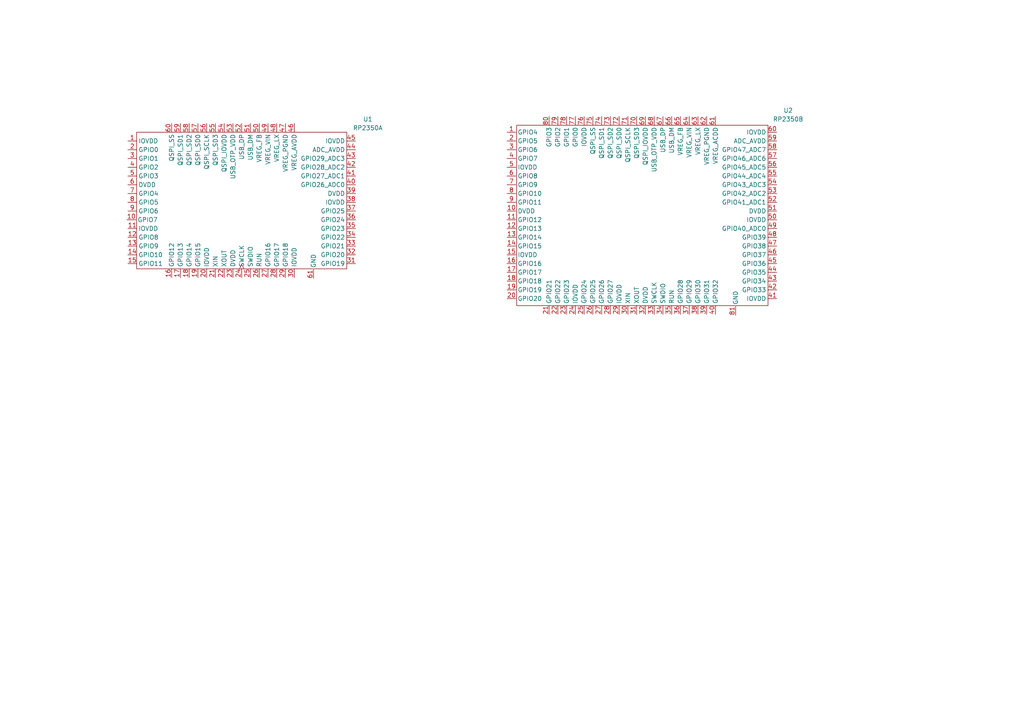
<source format=kicad_sch>
(kicad_sch (version 20231120) (generator "eeschema") (generator_version "8.0")
  (paper "A4")
  (lib_symbols
    (symbol "RP2350:RP2350A"
      (property "Reference" "U" (at 0 38.608 0))
      (property "Value" "RP2350A" (at 3.556 36.068 0))
      (symbol "RP2350A_0_0"
        (pin power_in line (at -31.496 16.256 0) (length 2.54) (name "IOVDD") (number "1"))
        (pin bidirectional line (at -31.75 -6.604 0) (length 2.54) (name "GPIO7") (number "10"))
        (pin power_in line (at -31.496 -9.144 0) (length 2.54) (name "IOVDD") (number "11"))
        (pin bidirectional line (at -31.496 -11.684 0) (length 2.54) (name "GPIO8") (number "12"))
        (pin bidirectional line (at -31.496 -14.224 0) (length 2.54) (name "GPIO9") (number "13"))
        (pin bidirectional line (at -31.496 -16.764 0) (length 2.54) (name "GPIO10") (number "14"))
        (pin bidirectional line (at -31.496 -19.304 0) (length 2.54) (name "GPIO11") (number "15"))
        (pin bidirectional line (at -18.796 -23.368 90) (length 2.54) (name "GPIO12") (number "16"))
        (pin bidirectional line (at -16.256 -23.368 90) (length 2.54) (name "GPIO13") (number "17"))
        (pin bidirectional line (at -13.716 -23.368 90) (length 2.54) (name "GPIO14") (number "18"))
        (pin bidirectional line (at -11.176 -23.368 90) (length 2.54) (name "GPIO15") (number "19"))
        (pin bidirectional line (at -31.496 13.716 0) (length 2.54) (name "GPIO0") (number "2"))
        (pin power_in line (at -8.636 -23.368 90) (length 2.54) (name "IOVDD") (number "20"))
        (pin input line (at -6.096 -23.368 90) (length 2.54) (name "XIN") (number "21"))
        (pin output line (at -3.556 -23.368 90) (length 2.54) (name "XOUT") (number "22"))
        (pin power_in line (at -1.016 -23.368 90) (length 2.54) (name "DVDD") (number "23"))
        (pin bidirectional line (at 4.064 -23.368 90) (length 2.54) (name "SWDIO") (number "25"))
        (pin passive line (at 6.604 -23.368 90) (length 2.54) (name "RUN") (number "26"))
        (pin bidirectional line (at 9.144 -23.368 90) (length 2.54) (name "GPIO16") (number "27"))
        (pin bidirectional line (at 11.684 -23.368 90) (length 2.54) (name "GPIO17") (number "28"))
        (pin bidirectional line (at 14.224 -23.368 90) (length 2.54) (name "GPIO18") (number "29"))
        (pin bidirectional line (at -31.496 11.176 0) (length 2.54) (name "GPIO1") (number "3"))
        (pin power_in line (at 16.764 -23.368 90) (length 2.54) (name "IOVDD") (number "30"))
        (pin bidirectional line (at 34.544 -19.304 180) (length 2.54) (name "GPIO19") (number "31"))
        (pin bidirectional line (at 34.544 -16.764 180) (length 2.54) (name "GPIO20") (number "32"))
        (pin bidirectional line (at 34.544 -14.224 180) (length 2.54) (name "GPIO21") (number "33"))
        (pin bidirectional line (at 34.544 -11.684 180) (length 2.54) (name "GPIO22") (number "34"))
        (pin bidirectional line (at 34.544 -9.144 180) (length 2.54) (name "GPIO23") (number "35"))
        (pin bidirectional line (at 34.544 -6.604 180) (length 2.54) (name "GPIO24") (number "36"))
        (pin bidirectional line (at 34.544 -4.064 180) (length 2.54) (name "GPIO25") (number "37"))
        (pin power_in line (at 34.544 -1.524 180) (length 2.54) (name "IOVDD") (number "38"))
        (pin power_in line (at 34.544 1.016 180) (length 2.54) (name "DVDD") (number "39"))
        (pin bidirectional line (at -31.496 8.636 0) (length 2.54) (name "GPIO2") (number "4"))
        (pin bidirectional line (at 34.544 3.556 180) (length 2.54) (name "GPIO26_ADC0") (number "40"))
        (pin bidirectional line (at 34.544 6.096 180) (length 2.54) (name "GPIO27_ADC1") (number "41"))
        (pin bidirectional line (at 34.544 8.636 180) (length 2.54) (name "GPIO28_ADC2") (number "42"))
        (pin bidirectional line (at 34.544 11.176 180) (length 2.54) (name "GPIO29_ADC3") (number "43"))
        (pin power_in line (at 34.544 13.716 180) (length 2.54) (name "ADC_AVDD") (number "44"))
        (pin power_in line (at 34.544 16.256 180) (length 2.54) (name "IOVDD") (number "45"))
        (pin power_in line (at 16.764 21.336 270) (length 2.54) (name "VREG_AVDD") (number "46"))
        (pin power_in line (at 14.224 21.336 270) (length 2.54) (name "VREG_PGND") (number "47"))
        (pin power_in line (at 11.684 21.336 270) (length 2.54) (name "VREG_LX") (number "48"))
        (pin power_in line (at 9.144 21.336 270) (length 2.54) (name "VREG_VIN") (number "49"))
        (pin bidirectional line (at -31.496 6.096 0) (length 2.54) (name "GPIO3") (number "5"))
        (pin power_in line (at 6.604 21.336 270) (length 2.54) (name "VREG_FB") (number "50"))
        (pin bidirectional line (at 4.064 21.336 270) (length 2.54) (name "USB_DM") (number "51"))
        (pin bidirectional line (at 1.524 21.336 270) (length 2.54) (name "USB_DP") (number "52"))
        (pin power_in line (at -1.016 21.336 270) (length 2.54) (name "USB_OTP_VDD") (number "53"))
        (pin power_in line (at -3.556 21.336 270) (length 2.54) (name "QSPI_IOVDD") (number "54"))
        (pin bidirectional line (at -6.096 21.336 270) (length 2.54) (name "QSPI_SD3") (number "55"))
        (pin bidirectional line (at -8.636 21.336 270) (length 2.54) (name "QSPI_SCLK") (number "56"))
        (pin bidirectional line (at -11.176 21.336 270) (length 2.54) (name "QSPI_SD0") (number "57"))
        (pin bidirectional line (at -13.716 21.336 270) (length 2.54) (name "QSPI_SD2") (number "58"))
        (pin bidirectional line (at -16.256 21.336 270) (length 2.54) (name "QSPI_SD1") (number "59"))
        (pin power_in line (at -31.496 3.556 0) (length 2.54) (name "DVDD") (number "6"))
        (pin bidirectional line (at -18.796 21.336 270) (length 2.54) (name "QSPI_SS") (number "60"))
        (pin power_in line (at 22.352 -23.622 90) (length 2.54) (name "GND") (number "61"))
        (pin bidirectional line (at -31.496 1.016 0) (length 2.54) (name "GPIO4") (number "7"))
        (pin bidirectional line (at -31.496 -1.524 0) (length 2.54) (name "GPIO5") (number "8"))
        (pin bidirectional line (at -31.496 -4.064 0) (length 2.54) (name "GPIO6") (number "9"))
      )
      (symbol "RP2350A_0_1"
        (rectangle (start -28.956 18.796) (end 32.004 -20.828))
      )
      (symbol "RP2350A_1_0"
        (pin input clock (at 1.524 -23.368 90) (length 2.54) (name "SWCLK") (number "24"))
      )
    )
    (symbol "RP2350:RP2350B"
      (property "Reference" "U" (at -2.032 45.212 0))
      (property "Value" "RP2350B" (at 1.524 42.672 0))
      (symbol "RP2350B_0_0"
        (pin bidirectional line (at -38.354 21.336 0) (length 2.54) (name "GPIO4") (number "1"))
        (pin power_in line (at -38.354 -1.524 0) (length 2.54) (name "DVDD") (number "10"))
        (pin bidirectional line (at -38.354 -4.064 0) (length 2.54) (name "GPIO12") (number "11"))
        (pin bidirectional line (at -38.354 -6.604 0) (length 2.54) (name "GPIO13") (number "12"))
        (pin bidirectional line (at -38.354 -9.144 0) (length 2.54) (name "GPIO14") (number "13"))
        (pin bidirectional line (at -38.354 -11.684 0) (length 2.54) (name "GPIO15") (number "14"))
        (pin power_in line (at -38.354 -14.224 0) (length 2.54) (name "IOVDD") (number "15"))
        (pin bidirectional line (at -38.354 -16.764 0) (length 2.54) (name "GPIO16") (number "16"))
        (pin bidirectional line (at -38.354 -19.304 0) (length 2.54) (name "GPIO17") (number "17"))
        (pin bidirectional line (at -38.354 -21.844 0) (length 2.54) (name "GPIO18") (number "18"))
        (pin bidirectional line (at -38.354 -24.384 0) (length 2.54) (name "GPIO19") (number "19"))
        (pin bidirectional line (at -38.354 18.796 0) (length 2.54) (name "GPIO5") (number "2"))
        (pin bidirectional line (at -38.354 -26.924 0) (length 2.54) (name "GPIO20") (number "20"))
        (pin bidirectional line (at -26.162 -31.496 90) (length 2.54) (name "GPIO21") (number "21"))
        (pin bidirectional line (at -23.622 -31.496 90) (length 2.54) (name "GPIO22") (number "22"))
        (pin bidirectional line (at -21.082 -31.496 90) (length 2.54) (name "GPIO23") (number "23"))
        (pin bidirectional line (at -16.002 -31.496 90) (length 2.54) (name "GPIO24") (number "25"))
        (pin bidirectional line (at -13.462 -31.496 90) (length 2.54) (name "GPIO25") (number "26"))
        (pin bidirectional line (at -10.922 -31.496 90) (length 2.54) (name "GPIO26") (number "27"))
        (pin bidirectional line (at -8.382 -31.496 90) (length 2.54) (name "GPIO27") (number "28"))
        (pin power_in line (at -5.842 -31.496 90) (length 2.54) (name "IOVDD") (number "29"))
        (pin bidirectional line (at -38.354 16.256 0) (length 2.54) (name "GPIO6") (number "3"))
        (pin input line (at -3.302 -31.496 90) (length 2.54) (name "XIN") (number "30"))
        (pin output line (at -0.762 -31.496 90) (length 2.54) (name "XOUT") (number "31"))
        (pin power_in line (at 1.778 -31.496 90) (length 2.54) (name "DVDD") (number "32"))
        (pin bidirectional line (at 4.318 -31.496 90) (length 2.54) (name "SWCLK") (number "33"))
        (pin bidirectional line (at 6.858 -31.496 90) (length 2.54) (name "SWDIO") (number "34"))
        (pin passive line (at 9.398 -31.496 90) (length 2.54) (name "RUN") (number "35"))
        (pin bidirectional line (at 11.938 -31.496 90) (length 2.54) (name "GPIO28") (number "36"))
        (pin bidirectional line (at 14.478 -31.496 90) (length 2.54) (name "GPIO29") (number "37"))
        (pin bidirectional line (at 17.018 -31.496 90) (length 2.54) (name "GPIO30") (number "38"))
        (pin bidirectional line (at 19.558 -31.496 90) (length 2.54) (name "GPIO31") (number "39"))
        (pin bidirectional line (at -38.354 13.716 0) (length 2.54) (name "GPIO7") (number "4"))
        (pin bidirectional line (at 22.098 -31.496 90) (length 2.54) (name "GPIO32") (number "40"))
        (pin power_in line (at 39.878 -26.924 180) (length 2.54) (name "IOVDD") (number "41"))
        (pin bidirectional line (at 39.878 -24.384 180) (length 2.54) (name "GPIO33") (number "42"))
        (pin bidirectional line (at 39.878 -21.844 180) (length 2.54) (name "GPIO34") (number "43"))
        (pin bidirectional line (at 39.878 -19.304 180) (length 2.54) (name "GPIO35") (number "44"))
        (pin bidirectional line (at 39.878 -16.764 180) (length 2.54) (name "GPIO36") (number "45"))
        (pin bidirectional line (at 39.878 -14.224 180) (length 2.54) (name "GPIO37") (number "46"))
        (pin bidirectional line (at 39.878 -11.684 180) (length 2.54) (name "GPIO38") (number "47"))
        (pin bidirectional line (at 39.878 -9.144 180) (length 2.54) (name "GPIO39") (number "48"))
        (pin bidirectional line (at 39.878 -6.604 180) (length 2.54) (name "GPIO40_ADC0") (number "49"))
        (pin power_in line (at -38.354 11.176 0) (length 2.54) (name "IOVDD") (number "5"))
        (pin power_in line (at 39.878 -4.064 180) (length 2.54) (name "IOVDD") (number "50"))
        (pin power_in line (at 39.878 -1.524 180) (length 2.54) (name "DVDD") (number "51"))
        (pin bidirectional line (at 39.878 1.016 180) (length 2.54) (name "GPIO41_ADC1") (number "52"))
        (pin bidirectional line (at 39.878 3.556 180) (length 2.54) (name "GPIO42_ADC2") (number "53"))
        (pin bidirectional line (at 39.878 6.096 180) (length 2.54) (name "GPIO43_ADC3") (number "54"))
        (pin bidirectional line (at 39.878 8.636 180) (length 2.54) (name "GPIO44_ADC4") (number "55"))
        (pin bidirectional line (at 39.878 11.176 180) (length 2.54) (name "GPIO45_ADC5") (number "56"))
        (pin bidirectional line (at 39.878 13.716 180) (length 2.54) (name "GPIO46_ADC6") (number "57"))
        (pin bidirectional line (at 39.878 16.256 180) (length 2.54) (name "GPIO47_ADC7") (number "58"))
        (pin power_in line (at 39.878 18.796 180) (length 2.54) (name "ADC_AVDD") (number "59"))
        (pin bidirectional line (at -38.354 8.636 0) (length 2.54) (name "GPIO8") (number "6"))
        (pin power_in line (at 39.878 21.336 180) (length 2.54) (name "IOVDD") (number "60"))
        (pin power_in line (at 22.098 25.908 270) (length 2.54) (name "VREG_ACDD") (number "61"))
        (pin bidirectional line (at -38.354 6.096 0) (length 2.54) (name "GPIO9") (number "7"))
        (pin bidirectional line (at -38.354 3.556 0) (length 2.54) (name "GPIO10") (number "8"))
        (pin bidirectional line (at -38.354 1.016 0) (length 2.54) (name "GPIO11") (number "9"))
      )
      (symbol "RP2350B_0_1"
        (rectangle (start -35.56 23.368) (end 37.338 -28.956))
      )
      (symbol "RP2350B_1_0"
        (pin power_in line (at -18.542 -31.496 90) (length 2.54) (name "IOVDD") (number "24"))
        (pin power_in line (at 19.558 25.908 270) (length 2.54) (name "VREG_PGND") (number "62"))
        (pin power_in line (at 17.018 25.908 270) (length 2.54) (name "VREG_LX") (number "63"))
        (pin power_in line (at 14.478 25.908 270) (length 2.54) (name "VREG_VIN") (number "64"))
        (pin power_in line (at 11.938 25.908 270) (length 2.54) (name "VREG_FB") (number "65"))
        (pin bidirectional line (at 9.398 25.908 270) (length 2.54) (name "USB_DM") (number "66"))
        (pin bidirectional line (at 6.858 25.908 270) (length 2.54) (name "USB_DP") (number "67"))
        (pin power_in line (at 4.318 25.908 270) (length 2.54) (name "USB_OTP_VDD") (number "68"))
        (pin bidirectional line (at 1.778 25.908 270) (length 2.54) (name "QSPI_IOVDD") (number "69"))
        (pin bidirectional line (at -0.762 25.908 270) (length 2.54) (name "QSPI_SD3") (number "70"))
        (pin bidirectional line (at -3.302 25.908 270) (length 2.54) (name "QSPI_SCLK") (number "71"))
        (pin bidirectional line (at -5.842 25.908 270) (length 2.54) (name "QSPI_SD0") (number "72"))
        (pin bidirectional line (at -8.382 25.908 270) (length 2.54) (name "QSPI_SD2") (number "73"))
        (pin bidirectional line (at -10.922 25.908 270) (length 2.54) (name "QSPI_SD1") (number "74"))
        (pin bidirectional line (at -13.462 25.908 270) (length 2.54) (name "QSPI_SS") (number "75"))
        (pin power_in line (at -16.002 25.908 270) (length 2.54) (name "IOVDD") (number "76"))
        (pin bidirectional line (at -18.542 25.908 270) (length 2.54) (name "GPIO0") (number "77"))
        (pin bidirectional line (at -21.082 25.908 270) (length 2.54) (name "GPIO1") (number "78"))
        (pin bidirectional line (at -23.622 25.908 270) (length 2.54) (name "GPIO2") (number "79"))
        (pin bidirectional line (at -26.162 25.908 270) (length 2.54) (name "GPIO3") (number "80"))
        (pin power_in line (at 27.94 -31.75 90) (length 2.54) (name "GND") (number "81"))
      )
    )
  )
  (symbol (lib_id "RP2350:RP2350A") (at 68.58 57.15 0) (unit 1)
    (property "Reference" "U1" (at 106.68 34.5754 0))
    (property "Value" "RP2350A" (at 106.68 37.1154 0))
    (property "Footprint" "RP2350:RP2350A_QFN-60_EP_7x7_Pitch0.4mm" (effects (hide yes)))
    (property "Datasheet" "https://datasheets.raspberrypi.com/rp2350/rp2350-datasheet.pdf" (effects (hide yes)))
  )
  (symbol (lib_id "RP2350:RP2350B") (at 185.42 59.69 0) (unit 1)
    (property "Reference" "U2" (at 228.6 32.0354 0))
    (property "Value" "RP2350B" (at 228.6 34.5754 0))
    (property "Footprint" "RP2350:RP2350B_QFN-80_EP_10x10_Pitch0.4mm" (effects (hide yes)))
    (property "Datasheet" "https://datasheets.raspberrypi.com/rp2350/rp2350-datasheet.pdf" (effects (hide yes)))
  )
)
</source>
